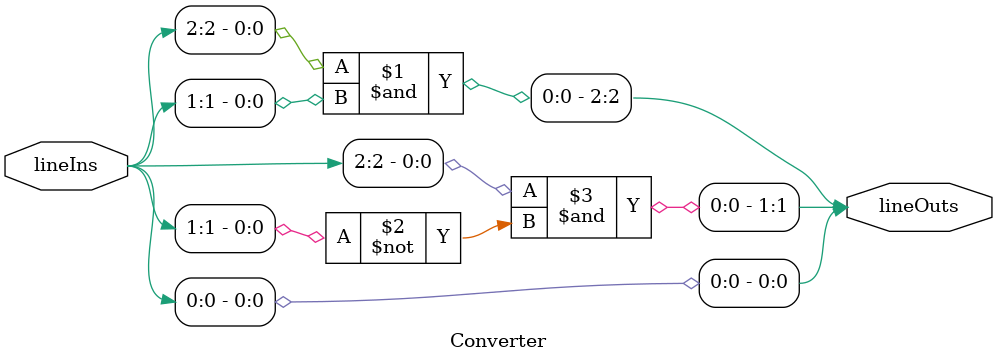
<source format=v>
module Converter(lineIns, lineOuts);

	// Define inputs and outputs
	input [2:0] lineIns;
	output [2:0] lineOuts;
	
	// Assign output
	assign lineOuts[2] = lineIns[2] & lineIns[1];
	assign lineOuts[1] = lineIns[2] & ~lineIns[1];
	assign lineOuts[0] = lineIns[0];

endmodule
</source>
